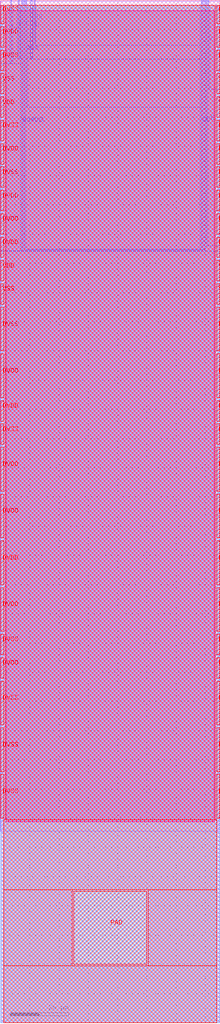
<source format=lef>
VERSION 5.7 ;
  NOWIREEXTENSIONATPIN ON ;
  DIVIDERCHAR "/" ;
  BUSBITCHARS "[]" ;
MACRO gf180mcu_ef_io__bi_t
  CLASS PAD INOUT ;
  FOREIGN gf180mcu_ef_io__bi_t ;
  ORIGIN 0.000 0.000 ;
  SIZE 75.000 BY 350.000 ;
  SYMMETRY X Y R90 ;
  SITE GF_IO_Site ;
  PIN A
    DIRECTION INPUT ;
    USE SIGNAL ;
    ANTENNAGATEAREA 4.200000 ;
    ANTENNADIFFAREA 1.000000 ;
    PORT
      LAYER Metal2 ;
        RECT 69.400 264.460 69.780 350.000 ;
    END
  END A
  PIN CS
    DIRECTION INPUT ;
    USE SIGNAL ;
    ANTENNAGATEAREA 3.150000 ;
    ANTENNADIFFAREA 1.000000 ;
    PORT
      LAYER Metal2 ;
        RECT 3.360 328.545 3.740 350.000 ;
    END
  END CS
  PIN DVDD
    DIRECTION INOUT ;
    USE POWER ;
    PORT
      LAYER Metal5 ;
        RECT 74.000 334.000 75.000 341.000 ;
    END
    PORT
      LAYER Metal5 ;
        RECT 74.000 294.000 75.000 301.000 ;
    END
    PORT
      LAYER Metal5 ;
        RECT 74.000 262.000 75.000 269.000 ;
    END
    PORT
      LAYER Metal5 ;
        RECT 74.000 270.000 75.000 277.000 ;
    END
    PORT
      LAYER Metal5 ;
        RECT 74.000 278.000 75.000 285.000 ;
    END
    PORT
      LAYER Metal5 ;
        RECT 74.000 206.000 75.000 213.000 ;
    END
    PORT
      LAYER Metal5 ;
        RECT 74.000 214.000 75.000 229.000 ;
    END
    PORT
      LAYER Metal5 ;
        RECT 74.000 134.000 75.000 149.000 ;
    END
    PORT
      LAYER Metal5 ;
        RECT 74.000 150.000 75.000 165.000 ;
    END
    PORT
      LAYER Metal5 ;
        RECT 74.000 166.000 75.000 181.000 ;
    END
    PORT
      LAYER Metal5 ;
        RECT 74.000 182.000 75.000 197.000 ;
    END
    PORT
      LAYER Metal5 ;
        RECT 74.000 118.000 75.000 125.000 ;
    END
    PORT
      LAYER Metal5 ;
        RECT 0.000 118.000 1.000 125.000 ;
    END
    PORT
      LAYER Metal5 ;
        RECT 0.000 182.000 1.000 197.000 ;
    END
    PORT
      LAYER Metal5 ;
        RECT 0.000 166.000 1.000 181.000 ;
    END
    PORT
      LAYER Metal5 ;
        RECT 0.000 150.000 1.000 165.000 ;
    END
    PORT
      LAYER Metal5 ;
        RECT 0.000 134.000 1.000 149.000 ;
    END
    PORT
      LAYER Metal5 ;
        RECT 0.000 214.000 1.000 229.000 ;
    END
    PORT
      LAYER Metal5 ;
        RECT 0.000 206.000 1.000 213.000 ;
    END
    PORT
      LAYER Metal5 ;
        RECT 0.000 278.000 1.000 285.000 ;
    END
    PORT
      LAYER Metal5 ;
        RECT 0.000 270.000 1.000 277.000 ;
    END
    PORT
      LAYER Metal5 ;
        RECT 0.000 262.000 1.000 269.000 ;
    END
    PORT
      LAYER Metal5 ;
        RECT 0.000 294.000 1.000 301.000 ;
    END
    PORT
      LAYER Metal5 ;
        RECT 0.000 334.000 1.000 341.000 ;
    END
  END DVDD
  PIN DVSS
    DIRECTION INOUT ;
    USE GROUND ;
    PORT
      LAYER Metal5 ;
        RECT 74.000 342.000 75.000 348.390 ;
    END
    PORT
      LAYER Metal5 ;
        RECT 74.000 326.000 75.000 333.000 ;
    END
    PORT
      LAYER Metal5 ;
        RECT 74.000 302.000 75.000 309.000 ;
    END
    PORT
      LAYER Metal5 ;
        RECT 74.000 286.000 75.000 293.000 ;
    END
    PORT
      LAYER Metal5 ;
        RECT 74.000 230.000 75.000 245.000 ;
    END
    PORT
      LAYER Metal5 ;
        RECT 74.000 198.000 75.000 205.000 ;
    END
    PORT
      LAYER Metal5 ;
        RECT 74.000 126.000 75.000 133.000 ;
    END
    PORT
      LAYER Metal5 ;
        RECT 74.000 70.000 75.000 85.000 ;
    END
    PORT
      LAYER Metal5 ;
        RECT 74.000 86.000 75.000 101.000 ;
    END
    PORT
      LAYER Metal5 ;
        RECT 74.000 102.000 75.000 117.000 ;
    END
    PORT
      LAYER Metal5 ;
        RECT 0.000 102.000 1.000 117.000 ;
    END
    PORT
      LAYER Metal5 ;
        RECT 0.000 86.000 1.000 101.000 ;
    END
    PORT
      LAYER Metal5 ;
        RECT 0.000 70.000 1.000 85.000 ;
    END
    PORT
      LAYER Metal5 ;
        RECT 0.000 126.000 1.000 133.000 ;
    END
    PORT
      LAYER Metal5 ;
        RECT 0.000 198.000 1.000 205.000 ;
    END
    PORT
      LAYER Metal5 ;
        RECT 0.000 230.000 1.000 245.000 ;
    END
    PORT
      LAYER Metal5 ;
        RECT 0.000 286.000 1.000 293.000 ;
    END
    PORT
      LAYER Metal5 ;
        RECT 0.000 302.000 1.000 309.000 ;
    END
    PORT
      LAYER Metal5 ;
        RECT 0.000 326.000 1.000 333.000 ;
    END
    PORT
      LAYER Metal5 ;
        RECT 0.000 342.000 1.000 348.390 ;
    END
  END DVSS
  PIN IE
    DIRECTION INPUT ;
    USE SIGNAL ;
    ANTENNAGATEAREA 3.150000 ;
    ANTENNADIFFAREA 1.000000 ;
    PORT
      LAYER Metal2 ;
        RECT 11.385 334.920 11.765 350.000 ;
    END
  END IE
  PIN OE
    DIRECTION INPUT ;
    USE SIGNAL ;
    ANTENNAGATEAREA 16.799999 ;
    ANTENNADIFFAREA 7.776000 ;
    PORT
      LAYER Metal2 ;
        RECT 70.130 266.340 70.510 350.000 ;
    END
  END OE
  PIN PAD
    DIRECTION INOUT ;
    USE SIGNAL ;
    ANTENNADIFFAREA 258.720001 ;
    PORT
      LAYER Metal5 ;
        RECT 25.000 20.000 50.000 45.000 ;
    END
  END PAD
  PIN PD
    DIRECTION INPUT ;
    USE SIGNAL ;
    ANTENNAGATEAREA 10.500000 ;
    ANTENNADIFFAREA 1.000000 ;
    PORT
      LAYER Metal2 ;
        RECT 10.330 330.100 10.710 350.000 ;
    END
  END PD
  PIN PDRV0
    DIRECTION INPUT ;
    USE SIGNAL ;
    ANTENNAGATEAREA 4.200000 ;
    ANTENNADIFFAREA 2.592000 ;
    PORT
      LAYER Metal2 ;
        RECT 7.110 264.665 7.490 350.000 ;
    END
  END PDRV0
  PIN PDRV1
    DIRECTION INPUT ;
    USE SIGNAL ;
    ANTENNAGATEAREA 4.200000 ;
    ANTENNADIFFAREA 2.592000 ;
    PORT
      LAYER Metal2 ;
        RECT 7.820 264.990 8.200 350.000 ;
    END
  END PDRV1
  PIN PU
    DIRECTION INPUT ;
    USE SIGNAL ;
    ANTENNAGATEAREA 7.350000 ;
    ANTENNADIFFAREA 2.980000 ;
    PORT
      LAYER Metal2 ;
        RECT 5.965 330.420 6.345 350.000 ;
    END
  END PU
  PIN SL
    DIRECTION INPUT ;
    USE SIGNAL ;
    ANTENNAGATEAREA 3.150000 ;
    ANTENNADIFFAREA 1.000000 ;
    PORT
      LAYER Metal2 ;
        RECT 68.670 265.140 69.050 350.000 ;
    END
  END SL
  PIN VDD
    DIRECTION INOUT ;
    USE POWER ;
    PORT
      LAYER Metal5 ;
        RECT 74.000 310.000 75.000 317.000 ;
    END
    PORT
      LAYER Metal5 ;
        RECT 74.000 254.000 75.000 261.000 ;
    END
    PORT
      LAYER Metal5 ;
        RECT 0.000 254.000 1.000 261.000 ;
    END
    PORT
      LAYER Metal5 ;
        RECT 0.000 310.000 1.000 317.000 ;
    END
  END VDD
  PIN VSS
    DIRECTION INOUT ;
    USE GROUND ;
    PORT
      LAYER Metal5 ;
        RECT 74.000 318.000 75.000 325.000 ;
    END
    PORT
      LAYER Metal5 ;
        RECT 74.000 246.000 75.000 253.000 ;
    END
    PORT
      LAYER Metal5 ;
        RECT 0.000 246.000 1.000 253.000 ;
    END
    PORT
      LAYER Metal5 ;
        RECT 0.000 318.000 1.000 325.000 ;
    END
  END VSS
  PIN Y
    DIRECTION OUTPUT ;
    USE SIGNAL ;
    ANTENNADIFFAREA 7.800000 ;
    PORT
      LAYER Metal2 ;
        RECT 70.860 319.900 71.240 350.000 ;
    END
  END Y
  PIN ANA
    DIRECTION INOUT ;
    USE SIGNAL ;
    ANTENNAGATEAREA 21.490000 ;
    ANTENNADIFFAREA 80.000000 ;
    PORT
      LAYER Metal2 ;
        RECT 8.480 313.805 8.860 350.000 ;
    END
  END ANA
  OBS
      LAYER Nwell ;
        RECT 1.820 68.895 73.180 346.535 ;
      LAYER Metal1 ;
        RECT -0.160 65.540 75.160 349.785 ;
      LAYER Metal2 ;
        RECT 0.000 328.245 3.060 348.375 ;
        RECT 4.040 330.120 5.665 348.375 ;
        RECT 6.645 330.120 6.810 348.375 ;
        RECT 4.040 328.245 6.810 330.120 ;
        RECT 0.000 264.365 6.810 328.245 ;
        RECT 9.160 329.800 10.030 348.375 ;
        RECT 11.010 334.620 11.085 348.375 ;
        RECT 12.065 334.620 68.370 348.375 ;
        RECT 11.010 329.800 68.370 334.620 ;
        RECT 9.160 313.505 68.370 329.800 ;
        RECT 71.540 319.600 75.000 348.375 ;
        RECT 8.500 264.840 68.370 313.505 ;
        RECT 70.810 266.040 75.000 319.600 ;
        RECT 8.500 264.690 69.100 264.840 ;
        RECT 7.790 264.365 69.100 264.690 ;
        RECT 0.000 264.160 69.100 264.365 ;
        RECT 70.080 264.160 75.000 266.040 ;
        RECT 0.000 0.000 75.000 264.160 ;
      LAYER Metal3 ;
        RECT 0.000 0.000 75.000 348.390 ;
      LAYER Metal4 ;
        RECT 0.000 0.000 75.000 348.390 ;
      LAYER Metal5 ;
        RECT 1.500 69.500 73.500 348.390 ;
        RECT 1.000 45.500 74.000 69.500 ;
        RECT 1.000 19.500 24.500 45.500 ;
        RECT 50.500 19.500 74.000 45.500 ;
        RECT 1.000 0.000 74.000 19.500 ;
  END
END gf180mcu_ef_io__bi_t
END LIBRARY


</source>
